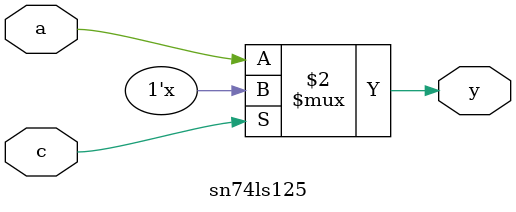
<source format=v>
module sn74ls125(y, a, c);
input a, c;
output y;
wire cint;

parameter
	// TI TTL data book Vol 1, 1985
	tPLH_min=0, tPLH_typ=8,           tPLH_max=13,
	tPHL_min=0, tPHL_typ=12,          tPHL_max=18,
	tPZH_min=0, tPZH_typ=11-tPLH_typ, tPZH_max=17-tPLH_max,
	tPZL_min=0, tPZL_typ=16-tPHL_typ, tPZL_max=25-tPHL_max;
// does not respect tPHZ, tPLZ !

	assign #(tPZH_min : tPZH_typ : tPZH_max,
		   tPZL_min : tPZL_typ : tPZL_max)
		cint = ~c;

	assign #(tPLH_min : tPLH_typ : tPLH_max,
  		     tPHL_min : tPHL_typ : tPHL_max)
		y = cint ? a : 1'bz;

endmodule

</source>
